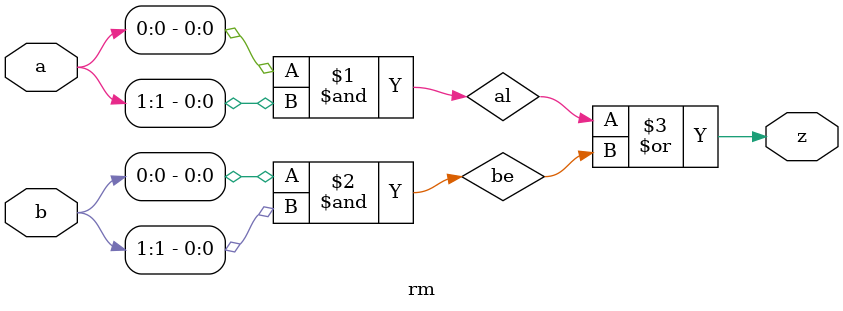
<source format=v>
module rm(z, a, b);
output z;
input[1:0] a,b;

and (al, a[0], a[1]);
and (be, b[0], b[1]);
or (z, al, be);

endmodule


</source>
